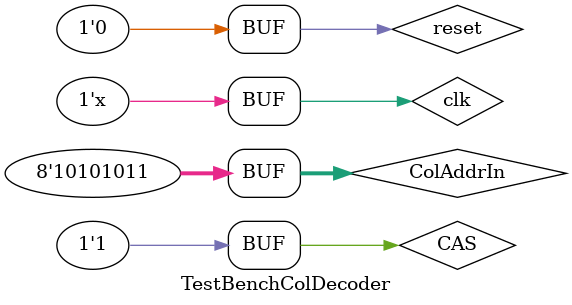
<source format=v>
`timescale 1ns / 1ps


module TestBenchColDecoder;

	// Inputs
	reg reset;
	reg CAS;
	reg [7:0] ColAddrIn;
	reg clk;

	// Outputs
	wire [7:0] ColAddrOut;

	// Instantiate the Unit Under Test (UUT)
	ColDecoder uut (
		.ColAddrOut(ColAddrOut), 
		.CAS(CAS), 
		.ColAddrIn(ColAddrIn),
		.clk(clk),
		.reset(reset)
	);

	initial begin
		// Initialize Inputs
		clk  = 0;
		reset = 0;
		CAS = 1;
		ColAddrIn = 8'hAB;

		#100 reset = 1;
		#30 reset = 0;
		
		#10 CAS = 0;
		#15 CAS = 1;
		
		#100 reset = 1; CAS = 0;
		#10 CAS = 1;
		#20 reset = 0;
        
		// Add stimulus here

	end
      
	always
	begin
		clk <= ~clk;
	end
	
endmodule


</source>
